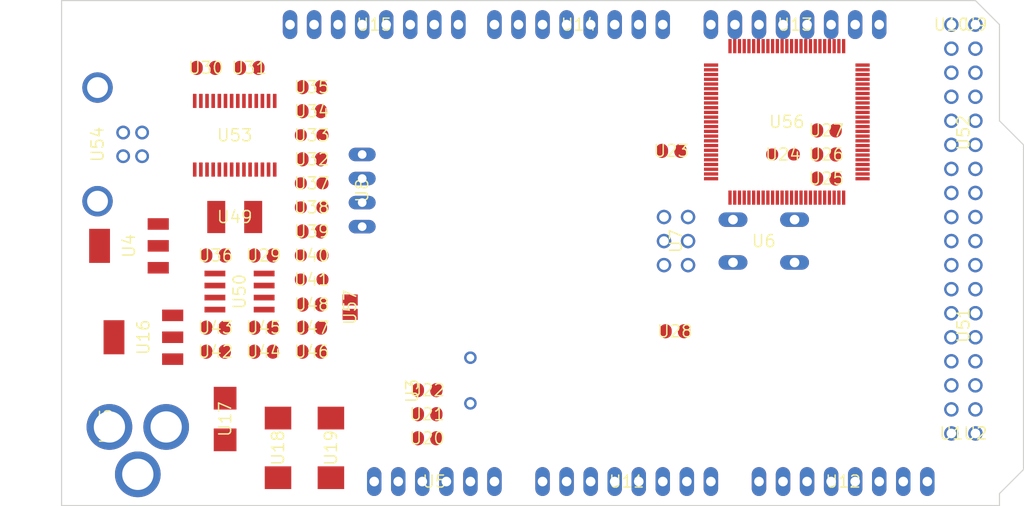
<source format=kicad_pcb>
(kicad_pcb (version 20221018) (generator pcbnew)
  (layers (0 "F.Cu" signal "Top") (31 "B.Cu" signal "Bottom") (34 "B.Paste" user) (35 "F.Paste" user) (36 "B.SilkS" user "B.Silkscreen") (37 "F.SilkS" user "F.Silkscreen") (38 "B.Mask" user) (39 "F.Mask" user) (44 "Edge.Cuts" user))
  (net 0 "")
  (net 1 "+5V")
  (net 2 "GND")
  (net 3 "N$6")
  (net 4 "N$7")
  (net 5 "AREF")
  (net 6 "RESET")
  (net 7 "VIN")
  (net 8 "N$3")
  (net 9 "PWRIN")
  (net 10 "M8RXD")
  (net 11 "M8TXD")
  (net 12 "ADC0")
  (net 13 "ADC2")
  (net 14 "ADC1")
  (net 15 "ADC3")
  (net 16 "ADC4")
  (net 17 "ADC5")
  (net 18 "ADC6")
  (net 19 "ADC7")
  (net 20 "+3V3")
  (net 21 "SDA")
  (net 22 "SCL")
  (net 23 "ADC9")
  (net 24 "ADC8")
  (net 25 "ADC10")
  (net 26 "ADC11")
  (net 27 "ADC12")
  (net 28 "ADC13")
  (net 29 "ADC14")
  (net 30 "ADC15")
  (net 31 "PB3")
  (net 32 "PB2")
  (net 33 "PB1")
  (net 34 "PB5")
  (net 35 "PB4")
  (net 36 "PE5")
  (net 37 "PE4")
  (net 38 "PE3")
  (net 39 "PE1")
  (net 40 "PE0")
  (net 41 "N$15")
  (net 42 "N$53")
  (net 43 "N$54")
  (net 44 "N$55")
  (net 45 "D-")
  (net 46 "D+")
  (net 47 "N$60")
  (net 48 "DTR")
  (net 49 "USBVCC")
  (net 50 "N$2")
  (net 51 "N$4")
  (net 52 "GATE_CMD")
  (net 53 "CMP")
  (net 54 "PB6")
  (net 55 "PH3")
  (net 56 "PH4")
  (net 57 "PH5")
  (net 58 "PH6")
  (net 59 "PG5")
  (net 60 "RXD1")
  (net 61 "TXD1")
  (net 62 "RXD2")
  (net 63 "RXD3")
  (net 64 "TXD2")
  (net 65 "TXD3")
  (net 66 "PC0")
  (net 67 "PC1")
  (net 68 "PC2")
  (net 69 "PC3")
  (net 70 "PC4")
  (net 71 "PC5")
  (net 72 "PC6")
  (net 73 "PC7")
  (net 74 "PB0")
  (net 75 "PG0")
  (net 76 "PG1")
  (net 77 "PG2")
  (net 78 "PD7")
  (net 79 "PA0")
  (net 80 "PA1")
  (net 81 "PA2")
  (net 82 "PA3")
  (net 83 "PA4")
  (net 84 "PA5")
  (net 85 "PA6")
  (net 86 "PA7")
  (net 87 "PL0")
  (net 88 "PL1")
  (net 89 "PL2")
  (net 90 "PL3")
  (net 91 "PL4")
  (net 92 "PL5")
  (net 93 "PL6")
  (net 94 "PL7")
  (net 95 "PB7")
  (net 96 "CTS")
  (net 97 "DSR")
  (net 98 "DCD")
  (net 99 "RI")
  (footprint "Arduino_MEGA_Reference_Design:2X03" (layer "F.Cu") (at 162.5981 103.7336 -90)
    (fp_text reference "U7")
    (fp_text value "")
  )
  (footprint "Arduino_MEGA_Reference_Design:1X08" (layer "F.Cu") (at 152.3111 80.8736 180)
    (fp_text reference "U14")
    (fp_text value "")
  )
  (footprint "Arduino_MEGA_Reference_Design:1X08" (layer "F.Cu") (at 130.7211 80.8736 180)
    (fp_text reference "U15")
    (fp_text value "")
  )
  (footprint "Arduino_MEGA_Reference_Design:SMC_D" (layer "F.Cu") (at 120.5611 125.5776 -90)
    (fp_text reference "U18")
    (fp_text value "")
  )
  (footprint "Arduino_MEGA_Reference_Design:SMC_D" (layer "F.Cu") (at 126.1491 125.5776 -90)
    (fp_text reference "U19")
    (fp_text value "")
  )
  (footprint "Arduino_MEGA_Reference_Design:B3F-10XX" (layer "F.Cu") (at 171.8691 103.7336 180)
    (fp_text reference "U6")
    (fp_text value "")
  )
  (footprint "Arduino_MEGA_Reference_Design:0805RND" (layer "F.Cu") (at 173.9011 94.5896 180)
    (fp_text reference "U24")
    (fp_text value "")
  )
  (footprint "Arduino_MEGA_Reference_Design:SMB" (layer "F.Cu") (at 114.9731 122.5296 -90)
    (fp_text reference "U17")
    (fp_text value "")
  )
  (footprint "Arduino_MEGA_Reference_Design:DC-21MM" (layer "F.Cu") (at 103.0351 123.2916 90)
    (fp_text reference "U55")
    (fp_text value "")
  )
  (footprint "Arduino_MEGA_Reference_Design:HC49_S" (layer "F.Cu") (at 140.8811 118.4656 90)
    (fp_text reference "U3")
    (fp_text value "")
  )
  (footprint "Arduino_MEGA_Reference_Design:SOT223" (layer "F.Cu") (at 106.3371 113.8936 90)
    (fp_text reference "U16")
    (fp_text value "")
  )
  (footprint "Arduino_MEGA_Reference_Design:1X06" (layer "F.Cu") (at 137.0711 129.1336)
    (fp_text reference "U5")
    (fp_text value "")
  )
  (footprint "Arduino_MEGA_Reference_Design:C0805RND" (layer "F.Cu") (at 124.1171 87.4776)
    (fp_text reference "U35")
    (fp_text value "")
  )
  (footprint "Arduino_MEGA_Reference_Design:C0805RND" (layer "F.Cu") (at 162.4711 113.2586)
    (fp_text reference "U28")
    (fp_text value "")
  )
  (footprint "Arduino_MEGA_Reference_Design:C0805RND" (layer "F.Cu") (at 136.3091 122.0216)
    (fp_text reference "U21")
    (fp_text value "")
  )
  (footprint "Arduino_MEGA_Reference_Design:C0805RND" (layer "F.Cu") (at 136.3091 119.4816)
    (fp_text reference "U22")
    (fp_text value "")
  )
  (footprint "Arduino_MEGA_Reference_Design:C0805RND" (layer "F.Cu") (at 113.9571 112.8776)
    (fp_text reference "U43")
    (fp_text value "")
  )
  (footprint "Arduino_MEGA_Reference_Design:RCL_0805RND" (layer "F.Cu") (at 124.1171 105.2576)
    (fp_text reference "U40")
    (fp_text value "")
  )
  (footprint "Arduino_MEGA_Reference_Design:RCL_0805RND" (layer "F.Cu") (at 124.1171 107.7976)
    (fp_text reference "U41")
    (fp_text value "")
  )
  (footprint "Arduino_MEGA_Reference_Design:1X08" (layer "F.Cu") (at 157.3911 129.1336)
    (fp_text reference "U11")
    (fp_text value "")
  )
  (footprint "Arduino_MEGA_Reference_Design:1X08" (layer "F.Cu") (at 175.1711 80.8736 180)
    (fp_text reference "U13")
    (fp_text value "")
  )
  (footprint "Arduino_MEGA_Reference_Design:R0805RND" (layer "F.Cu") (at 178.4731 94.5896 180)
    (fp_text reference "U26")
    (fp_text value "")
  )
  (footprint "Arduino_MEGA_Reference_Design:R0805RND" (layer "F.Cu") (at 178.4731 92.0496 180)
    (fp_text reference "U27")
    (fp_text value "")
  )
  (footprint "Arduino_MEGA_Reference_Design:TQFP100" (layer "F.Cu") (at 174.30056762695312 91.14759826660156 0)
    (fp_text reference "U56")
    (fp_text value "")
  )
  (footprint "Arduino_MEGA_Reference_Design:C0805RND" (layer "F.Cu") (at 162.0901 94.2086 180)
    (fp_text reference "U23")
    (fp_text value "")
  )
  (footprint "Arduino_MEGA_Reference_Design:C0805RND" (layer "F.Cu") (at 136.3091 124.5616)
    (fp_text reference "U20")
    (fp_text value "")
  )
  (footprint "Arduino_MEGA_Reference_Design:1X08" (layer "F.Cu") (at 180.2511 129.1336)
    (fp_text reference "U12")
    (fp_text value "")
  )
  (footprint "Arduino_MEGA_Reference_Design:R0805RND" (layer "F.Cu") (at 124.1171 112.8776)
    (fp_text reference "U47")
    (fp_text value "")
  )
  (footprint "Arduino_MEGA_Reference_Design:C0805RND" (layer "F.Cu") (at 124.1171 115.4176)
    (fp_text reference "U46")
    (fp_text value "")
  )
  (footprint "Arduino_MEGA_Reference_Design:C0805RND" (layer "F.Cu") (at 113.9571 105.2576)
    (fp_text reference "U36")
    (fp_text value "")
  )
  (footprint "Arduino_MEGA_Reference_Design:C0805RND" (layer "F.Cu") (at 112.9411 85.4456)
    (fp_text reference "U30")
    (fp_text value "")
  )
  (footprint "Arduino_MEGA_Reference_Design:0805RND" (layer "F.Cu") (at 124.1171 100.1776 180)
    (fp_text reference "U38")
    (fp_text value "")
  )
  (footprint "Arduino_MEGA_Reference_Design:0805RND" (layer "F.Cu") (at 124.1171 97.6376 180)
    (fp_text reference "U37")
    (fp_text value "")
  )
  (footprint "Arduino_MEGA_Reference_Design:R0805RND" (layer "F.Cu") (at 124.1171 95.0976)
    (fp_text reference "U32")
    (fp_text value "")
  )
  (footprint "Arduino_MEGA_Reference_Design:R0805RND" (layer "F.Cu") (at 124.1171 102.7176)
    (fp_text reference "U39")
    (fp_text value "")
  )
  (footprint "Arduino_MEGA_Reference_Design:SSOP28" (layer "F.Cu") (at 115.9891 92.5576)
    (fp_text reference "U53")
    (fp_text value "")
  )
  (footprint "Arduino_MEGA_Reference_Design:PN61729" (layer "F.Cu") (at 98.9584 93.5228 -90)
    (fp_text reference "U54")
    (fp_text value "")
  )
  (footprint "Arduino_MEGA_Reference_Design:L1812" (layer "F.Cu") (at 115.9891 101.1936)
    (fp_text reference "U49")
    (fp_text value "")
  )
  (footprint "Arduino_MEGA_Reference_Design:C0805RND" (layer "F.Cu") (at 117.5131 85.4456)
    (fp_text reference "U31")
    (fp_text value "")
  )
  (footprint "Arduino_MEGA_Reference_Design:0805RND" (layer "F.Cu") (at 124.1171 92.5576 180)
    (fp_text reference "U33")
    (fp_text value "")
  )
  (footprint "Arduino_MEGA_Reference_Design:R0805RND" (layer "F.Cu") (at 124.1171 90.0176 180)
    (fp_text reference "U34")
    (fp_text value "")
  )
  (footprint "Arduino_MEGA_Reference_Design:C0805RND" (layer "F.Cu") (at 124.1171 110.4392 180)
    (fp_text reference "U48")
    (fp_text value "")
  )
  (footprint "Arduino_MEGA_Reference_Design:SOT223" (layer "F.Cu") (at 104.8131 104.2416 90)
    (fp_text reference "U4")
    (fp_text value "")
  )
  (footprint "Arduino_MEGA_Reference_Design:SO08" (layer "F.Cu") (at 116.4971 109.0676 -90)
    (fp_text reference "U50")
    (fp_text value "")
  )
  (footprint "Arduino_MEGA_Reference_Design:R0805RND" (layer "F.Cu") (at 113.9571 115.4176 180)
    (fp_text reference "U42")
    (fp_text value "")
  )
  (footprint "Arduino_MEGA_Reference_Design:R0805RND" (layer "F.Cu") (at 119.0371 112.8776 180)
    (fp_text reference "U45")
    (fp_text value "")
  )
  (footprint "Arduino_MEGA_Reference_Design:C0805RND" (layer "F.Cu") (at 119.0371 115.4176 180)
    (fp_text reference "U44")
    (fp_text value "")
  )
  (footprint "Arduino_MEGA_Reference_Design:C0805RND" (layer "F.Cu") (at 119.0371 105.2576)
    (fp_text reference "U29")
    (fp_text value "")
  )
  (footprint "Arduino_MEGA_Reference_Design:2X08" (layer "F.Cu") (at 192.9511 92.3036 90)
    (fp_text reference "U52")
    (fp_text value "")
  )
  (footprint "Arduino_MEGA_Reference_Design:2X08" (layer "F.Cu") (at 192.9511 112.6236 90)
    (fp_text reference "U51")
    (fp_text value "")
  )
  (footprint "Arduino_MEGA_Reference_Design:R0805RND" (layer "F.Cu") (at 178.4731 97.1296 180)
    (fp_text reference "U25")
    (fp_text value "")
  )
  (footprint "Arduino_MEGA_Reference_Design:1X01" (layer "F.Cu") (at 191.6811 80.8736)
    (fp_text reference "U10")
    (fp_text value "")
  )
  (footprint "Arduino_MEGA_Reference_Design:1X01" (layer "F.Cu") (at 194.2211 80.8736)
    (fp_text reference "U9")
    (fp_text value "")
  )
  (footprint "Arduino_MEGA_Reference_Design:1X01" (layer "F.Cu") (at 191.6811 124.0536)
    (fp_text reference "U1")
    (fp_text value "")
  )
  (footprint "Arduino_MEGA_Reference_Design:1X01" (layer "F.Cu") (at 194.2211 124.0536)
    (fp_text reference "U2")
    (fp_text value "")
  )
  (footprint "Arduino_MEGA_Reference_Design:SJ" (layer "F.Cu") (at 128.1811 110.7186 -90)
    (fp_text reference "U57")
    (fp_text value "")
  )
  (footprint "Arduino_MEGA_Reference_Design:JP4" (layer "F.Cu") (at 129.4511 98.3996 -90)
    (fp_text reference "U8")
    (fp_text value "")
  )
  (gr_line (start 196.7611 80.8736) (end 196.7611 91.0336) (layer "Edge.Cuts") (width 0.12))
  (gr_line (start 196.7611 130.4036) (end 196.7611 131.6736) (layer "Edge.Cuts") (width 0.12))
  (gr_line (start 194.2211 78.3336) (end 196.7611 80.8736) (layer "Edge.Cuts") (width 0.12))
  (gr_line (start 97.7011 78.3336) (end 194.2211 78.3336) (layer "Edge.Cuts") (width 0.12))
  (gr_line (start 196.7611 91.0336) (end 199.3011 93.5736) (layer "Edge.Cuts") (width 0.12))
  (gr_line (start 97.7011 131.6736) (end 97.7011 78.3336) (layer "Edge.Cuts") (width 0.12))
  (gr_line (start 196.7611 131.6736) (end 97.7011 131.6736) (layer "Edge.Cuts") (width 0.12))
  (gr_line (start 199.3011 93.5736) (end 199.3011 127.8636) (layer "Edge.Cuts") (width 0.12))
  (gr_line (start 199.3011 127.8636) (end 196.7611 130.4036) (layer "Edge.Cuts") (width 0.12))
)
</source>
